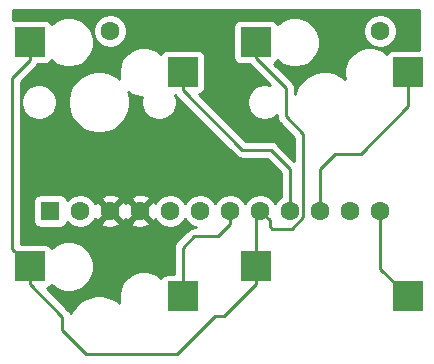
<source format=gbr>
G04 #@! TF.GenerationSoftware,KiCad,Pcbnew,(5.1.5)-3*
G04 #@! TF.CreationDate,2021-06-22T16:47:51-05:00*
G04 #@! TF.ProjectId,BigSwitch,42696753-7769-4746-9368-2e6b69636164,rev?*
G04 #@! TF.SameCoordinates,Original*
G04 #@! TF.FileFunction,Copper,L1,Top*
G04 #@! TF.FilePolarity,Positive*
%FSLAX46Y46*%
G04 Gerber Fmt 4.6, Leading zero omitted, Abs format (unit mm)*
G04 Created by KiCad (PCBNEW (5.1.5)-3) date 2021-06-22 16:47:51*
%MOMM*%
%LPD*%
G04 APERTURE LIST*
%ADD10C,1.600000*%
%ADD11R,1.600000X1.600000*%
%ADD12R,2.550000X2.500000*%
%ADD13C,0.250000*%
%ADD14C,0.254000*%
G04 APERTURE END LIST*
D10*
X202438000Y-93472000D03*
X225298000Y-93472000D03*
X225298000Y-108712000D03*
X222758000Y-108712000D03*
X220218000Y-108712000D03*
X217678000Y-108712000D03*
X215138000Y-108712000D03*
X212598000Y-108712000D03*
X210058000Y-108712000D03*
X207518000Y-108712000D03*
X204978000Y-108712000D03*
X202438000Y-108712000D03*
X199898000Y-108712000D03*
D11*
X197358000Y-108712000D03*
D12*
X214757000Y-113411000D03*
X227684000Y-115951000D03*
X195634000Y-113411000D03*
X208561000Y-115951000D03*
X214757000Y-94421001D03*
X227684000Y-96961001D03*
X195634000Y-94421001D03*
X208561000Y-96961001D03*
D13*
X194109000Y-111911000D02*
X195609000Y-113411000D01*
X194109000Y-97446001D02*
X194109000Y-111911000D01*
X195634000Y-95921001D02*
X194109000Y-97446001D01*
X195634000Y-94421001D02*
X195634000Y-95921001D01*
X214757000Y-114911000D02*
X212090000Y-117578000D01*
X214757000Y-113411000D02*
X214757000Y-114911000D01*
X212090000Y-117578000D02*
X211733000Y-117578000D01*
X195609000Y-113411000D02*
X195634000Y-113411000D01*
X214757000Y-113411000D02*
X214757000Y-111911000D01*
X214757000Y-109093000D02*
X215138000Y-108712000D01*
X214757000Y-113411000D02*
X214757000Y-109093000D01*
X217297000Y-98298000D02*
X214757000Y-95758000D01*
X217297000Y-100711000D02*
X217297000Y-98298000D01*
X218803001Y-102217001D02*
X217297000Y-100711000D01*
X218803001Y-109252001D02*
X218803001Y-102217001D01*
X215937999Y-109511999D02*
X215937999Y-110019999D01*
X214757000Y-95758000D02*
X214757000Y-94597001D01*
X215937999Y-110019999D02*
X216154000Y-110236000D01*
X216154000Y-110236000D02*
X217819002Y-110236000D01*
X215138000Y-108712000D02*
X215937999Y-109511999D01*
X217819002Y-110236000D02*
X218803001Y-109252001D01*
X195634000Y-114911000D02*
X198374000Y-117651000D01*
X195634000Y-113411000D02*
X195634000Y-114911000D01*
X200362927Y-120809901D02*
X208120099Y-120809901D01*
X198374000Y-117651000D02*
X198374000Y-118820974D01*
X198374000Y-118820974D02*
X200362927Y-120809901D01*
X211352000Y-117578000D02*
X212090000Y-117578000D01*
X208120099Y-120809901D02*
X211352000Y-117578000D01*
X225298000Y-113590000D02*
X225298000Y-108712000D01*
X227684000Y-115951000D02*
X227659000Y-115951000D01*
X227659000Y-115951000D02*
X225298000Y-113590000D01*
X213616629Y-103516630D02*
X216038630Y-103516630D01*
X216038630Y-103516630D02*
X217678000Y-105156000D01*
X208561000Y-96961001D02*
X208561000Y-98461001D01*
X217678000Y-105156000D02*
X217678000Y-108712000D01*
X208561000Y-98461001D02*
X213616629Y-103516630D01*
X221488000Y-103886000D02*
X220218000Y-105156000D01*
X220218000Y-105156000D02*
X220218000Y-108712000D01*
X223647000Y-103886000D02*
X221488000Y-103886000D01*
X227684000Y-96961001D02*
X227684000Y-99849000D01*
X227684000Y-99849000D02*
X223647000Y-103886000D01*
X208561000Y-111860000D02*
X208561000Y-115951000D01*
X209550000Y-110871000D02*
X208561000Y-111860000D01*
X211570370Y-110871000D02*
X209550000Y-110871000D01*
X212598000Y-109843370D02*
X211570370Y-110871000D01*
X212598000Y-108712000D02*
X212598000Y-109843370D01*
D14*
G36*
X228550000Y-95072929D02*
G01*
X226409000Y-95072929D01*
X226284518Y-95085189D01*
X226164820Y-95121499D01*
X226054506Y-95180464D01*
X225957815Y-95259816D01*
X225878463Y-95356507D01*
X225859440Y-95392095D01*
X225769983Y-95302638D01*
X225420302Y-95068989D01*
X225031756Y-94908048D01*
X224619279Y-94826001D01*
X224198721Y-94826001D01*
X223786244Y-94908048D01*
X223397698Y-95068989D01*
X223048017Y-95302638D01*
X222750637Y-95600018D01*
X222516988Y-95949699D01*
X222356047Y-96338245D01*
X222274000Y-96750722D01*
X222274000Y-97171280D01*
X222345237Y-97529412D01*
X222274826Y-97459001D01*
X221844251Y-97171300D01*
X221365822Y-96973128D01*
X220857924Y-96872101D01*
X220340076Y-96872101D01*
X219832178Y-96973128D01*
X219353749Y-97171300D01*
X218923174Y-97459001D01*
X218557000Y-97825175D01*
X218269299Y-98255750D01*
X218071127Y-98734179D01*
X218057000Y-98805200D01*
X218057000Y-98335322D01*
X218060676Y-98297999D01*
X218057000Y-98260676D01*
X218057000Y-98260667D01*
X218046003Y-98149014D01*
X218002546Y-98005753D01*
X217931974Y-97873724D01*
X217892131Y-97825175D01*
X217860799Y-97786996D01*
X217860795Y-97786992D01*
X217837001Y-97757999D01*
X217808008Y-97734205D01*
X216314058Y-96240256D01*
X216386494Y-96201538D01*
X216483185Y-96122186D01*
X216562537Y-96025495D01*
X216590965Y-95972312D01*
X216698017Y-96079364D01*
X217047698Y-96313013D01*
X217436244Y-96473954D01*
X217848721Y-96556001D01*
X218269279Y-96556001D01*
X218681756Y-96473954D01*
X219070302Y-96313013D01*
X219419983Y-96079364D01*
X219717363Y-95781984D01*
X219951012Y-95432303D01*
X220111953Y-95043757D01*
X220194000Y-94631280D01*
X220194000Y-94210722D01*
X220111953Y-93798245D01*
X219951012Y-93409699D01*
X219898204Y-93330665D01*
X223863000Y-93330665D01*
X223863000Y-93613335D01*
X223918147Y-93890574D01*
X224026320Y-94151727D01*
X224183363Y-94386759D01*
X224383241Y-94586637D01*
X224618273Y-94743680D01*
X224879426Y-94851853D01*
X225156665Y-94907000D01*
X225439335Y-94907000D01*
X225716574Y-94851853D01*
X225977727Y-94743680D01*
X226212759Y-94586637D01*
X226412637Y-94386759D01*
X226569680Y-94151727D01*
X226677853Y-93890574D01*
X226733000Y-93613335D01*
X226733000Y-93330665D01*
X226677853Y-93053426D01*
X226569680Y-92792273D01*
X226412637Y-92557241D01*
X226212759Y-92357363D01*
X225977727Y-92200320D01*
X225716574Y-92092147D01*
X225439335Y-92037000D01*
X225156665Y-92037000D01*
X224879426Y-92092147D01*
X224618273Y-92200320D01*
X224383241Y-92357363D01*
X224183363Y-92557241D01*
X224026320Y-92792273D01*
X223918147Y-93053426D01*
X223863000Y-93330665D01*
X219898204Y-93330665D01*
X219717363Y-93060018D01*
X219419983Y-92762638D01*
X219070302Y-92528989D01*
X218681756Y-92368048D01*
X218269279Y-92286001D01*
X217848721Y-92286001D01*
X217436244Y-92368048D01*
X217047698Y-92528989D01*
X216698017Y-92762638D01*
X216590965Y-92869690D01*
X216562537Y-92816507D01*
X216483185Y-92719816D01*
X216386494Y-92640464D01*
X216276180Y-92581499D01*
X216156482Y-92545189D01*
X216032000Y-92532929D01*
X213482000Y-92532929D01*
X213357518Y-92545189D01*
X213237820Y-92581499D01*
X213127506Y-92640464D01*
X213030815Y-92719816D01*
X212951463Y-92816507D01*
X212892498Y-92926821D01*
X212856188Y-93046519D01*
X212843928Y-93171001D01*
X212843928Y-95671001D01*
X212856188Y-95795483D01*
X212892498Y-95915181D01*
X212951463Y-96025495D01*
X213030815Y-96122186D01*
X213127506Y-96201538D01*
X213237820Y-96260503D01*
X213357518Y-96296813D01*
X213482000Y-96309073D01*
X214230490Y-96309073D01*
X214246003Y-96321804D01*
X215982969Y-98058772D01*
X215959451Y-98049030D01*
X215667722Y-97991001D01*
X215370278Y-97991001D01*
X215078549Y-98049030D01*
X214803747Y-98162857D01*
X214556431Y-98328108D01*
X214346107Y-98538432D01*
X214180856Y-98785748D01*
X214067029Y-99060550D01*
X214009000Y-99352279D01*
X214009000Y-99649723D01*
X214067029Y-99941452D01*
X214180856Y-100216254D01*
X214346107Y-100463570D01*
X214556431Y-100673894D01*
X214803747Y-100839145D01*
X215078549Y-100952972D01*
X215370278Y-101011001D01*
X215667722Y-101011001D01*
X215959451Y-100952972D01*
X216234253Y-100839145D01*
X216481569Y-100673894D01*
X216537000Y-100618463D01*
X216537000Y-100673677D01*
X216533324Y-100711000D01*
X216537000Y-100748322D01*
X216537000Y-100748332D01*
X216547997Y-100859985D01*
X216576204Y-100952972D01*
X216591454Y-101003246D01*
X216662026Y-101135276D01*
X216701871Y-101183826D01*
X216756999Y-101251001D01*
X216786003Y-101274804D01*
X218043002Y-102531804D01*
X218043002Y-104446200D01*
X216602434Y-103005633D01*
X216578631Y-102976629D01*
X216462906Y-102881656D01*
X216330877Y-102811084D01*
X216187616Y-102767627D01*
X216075963Y-102756630D01*
X216075952Y-102756630D01*
X216038630Y-102752954D01*
X216001308Y-102756630D01*
X213931431Y-102756630D01*
X209999713Y-98824912D01*
X210080180Y-98800503D01*
X210190494Y-98741538D01*
X210287185Y-98662186D01*
X210366537Y-98565495D01*
X210425502Y-98455181D01*
X210461812Y-98335483D01*
X210474072Y-98211001D01*
X210474072Y-95711001D01*
X210461812Y-95586519D01*
X210425502Y-95466821D01*
X210366537Y-95356507D01*
X210287185Y-95259816D01*
X210190494Y-95180464D01*
X210080180Y-95121499D01*
X209960482Y-95085189D01*
X209836000Y-95072929D01*
X207286000Y-95072929D01*
X207161518Y-95085189D01*
X207041820Y-95121499D01*
X206931506Y-95180464D01*
X206834815Y-95259816D01*
X206755463Y-95356507D01*
X206736440Y-95392095D01*
X206646983Y-95302638D01*
X206297302Y-95068989D01*
X205908756Y-94908048D01*
X205496279Y-94826001D01*
X205075721Y-94826001D01*
X204663244Y-94908048D01*
X204274698Y-95068989D01*
X203925017Y-95302638D01*
X203627637Y-95600018D01*
X203393988Y-95949699D01*
X203233047Y-96338245D01*
X203151000Y-96750722D01*
X203151000Y-97171280D01*
X203222237Y-97529412D01*
X203151826Y-97459001D01*
X202721251Y-97171300D01*
X202242822Y-96973128D01*
X201734924Y-96872101D01*
X201217076Y-96872101D01*
X200709178Y-96973128D01*
X200230749Y-97171300D01*
X199800174Y-97459001D01*
X199434000Y-97825175D01*
X199146299Y-98255750D01*
X198948127Y-98734179D01*
X198847100Y-99242077D01*
X198847100Y-99759925D01*
X198948127Y-100267823D01*
X199146299Y-100746252D01*
X199434000Y-101176827D01*
X199800174Y-101543001D01*
X200230749Y-101830702D01*
X200709178Y-102028874D01*
X201217076Y-102129901D01*
X201734924Y-102129901D01*
X202242822Y-102028874D01*
X202721251Y-101830702D01*
X203151826Y-101543001D01*
X203518000Y-101176827D01*
X203805701Y-100746252D01*
X204003873Y-100267823D01*
X204104900Y-99759925D01*
X204104900Y-99242077D01*
X204003873Y-98734179D01*
X203968292Y-98648280D01*
X204274698Y-98853013D01*
X204663244Y-99013954D01*
X205075721Y-99096001D01*
X205096977Y-99096001D01*
X205046000Y-99352279D01*
X205046000Y-99649723D01*
X205104029Y-99941452D01*
X205217856Y-100216254D01*
X205383107Y-100463570D01*
X205593431Y-100673894D01*
X205840747Y-100839145D01*
X206115549Y-100952972D01*
X206407278Y-101011001D01*
X206704722Y-101011001D01*
X206996451Y-100952972D01*
X207271253Y-100839145D01*
X207518569Y-100673894D01*
X207728893Y-100463570D01*
X207894144Y-100216254D01*
X208007971Y-99941452D01*
X208066000Y-99649723D01*
X208066000Y-99352279D01*
X208007971Y-99060550D01*
X207944893Y-98908266D01*
X207965170Y-98932973D01*
X208021000Y-99001002D01*
X208049998Y-99024800D01*
X213052829Y-104027632D01*
X213076628Y-104056631D01*
X213105626Y-104080429D01*
X213192352Y-104151604D01*
X213324382Y-104222176D01*
X213467643Y-104265633D01*
X213579296Y-104276630D01*
X213579305Y-104276630D01*
X213616628Y-104280306D01*
X213653951Y-104276630D01*
X215723829Y-104276630D01*
X216918000Y-105470802D01*
X216918001Y-107493956D01*
X216763241Y-107597363D01*
X216563363Y-107797241D01*
X216408000Y-108029759D01*
X216252637Y-107797241D01*
X216052759Y-107597363D01*
X215817727Y-107440320D01*
X215556574Y-107332147D01*
X215279335Y-107277000D01*
X214996665Y-107277000D01*
X214719426Y-107332147D01*
X214458273Y-107440320D01*
X214223241Y-107597363D01*
X214023363Y-107797241D01*
X213868000Y-108029759D01*
X213712637Y-107797241D01*
X213512759Y-107597363D01*
X213277727Y-107440320D01*
X213016574Y-107332147D01*
X212739335Y-107277000D01*
X212456665Y-107277000D01*
X212179426Y-107332147D01*
X211918273Y-107440320D01*
X211683241Y-107597363D01*
X211483363Y-107797241D01*
X211328000Y-108029759D01*
X211172637Y-107797241D01*
X210972759Y-107597363D01*
X210737727Y-107440320D01*
X210476574Y-107332147D01*
X210199335Y-107277000D01*
X209916665Y-107277000D01*
X209639426Y-107332147D01*
X209378273Y-107440320D01*
X209143241Y-107597363D01*
X208943363Y-107797241D01*
X208788000Y-108029759D01*
X208632637Y-107797241D01*
X208432759Y-107597363D01*
X208197727Y-107440320D01*
X207936574Y-107332147D01*
X207659335Y-107277000D01*
X207376665Y-107277000D01*
X207099426Y-107332147D01*
X206838273Y-107440320D01*
X206603241Y-107597363D01*
X206403363Y-107797241D01*
X206247085Y-108031128D01*
X206214671Y-107970486D01*
X205970702Y-107898903D01*
X205157605Y-108712000D01*
X205970702Y-109525097D01*
X206214671Y-109453514D01*
X206245194Y-109389008D01*
X206246320Y-109391727D01*
X206403363Y-109626759D01*
X206603241Y-109826637D01*
X206838273Y-109983680D01*
X207099426Y-110091853D01*
X207376665Y-110147000D01*
X207659335Y-110147000D01*
X207936574Y-110091853D01*
X208197727Y-109983680D01*
X208432759Y-109826637D01*
X208632637Y-109626759D01*
X208788000Y-109394241D01*
X208943363Y-109626759D01*
X209143241Y-109826637D01*
X209378273Y-109983680D01*
X209639426Y-110091853D01*
X209735683Y-110111000D01*
X209587322Y-110111000D01*
X209549999Y-110107324D01*
X209512676Y-110111000D01*
X209512667Y-110111000D01*
X209401014Y-110121997D01*
X209257753Y-110165454D01*
X209125724Y-110236026D01*
X209009999Y-110330999D01*
X208986201Y-110359997D01*
X208050002Y-111296196D01*
X208020999Y-111319999D01*
X207979145Y-111370999D01*
X207926026Y-111435724D01*
X207881520Y-111518988D01*
X207855454Y-111567754D01*
X207811997Y-111711015D01*
X207801000Y-111822668D01*
X207801000Y-111822678D01*
X207797324Y-111860000D01*
X207801000Y-111897323D01*
X207801001Y-114062928D01*
X207286000Y-114062928D01*
X207161518Y-114075188D01*
X207041820Y-114111498D01*
X206931506Y-114170463D01*
X206834815Y-114249815D01*
X206755463Y-114346506D01*
X206736440Y-114382094D01*
X206646983Y-114292637D01*
X206297302Y-114058988D01*
X205908756Y-113898047D01*
X205496279Y-113816000D01*
X205075721Y-113816000D01*
X204663244Y-113898047D01*
X204274698Y-114058988D01*
X203925017Y-114292637D01*
X203627637Y-114590017D01*
X203393988Y-114939698D01*
X203233047Y-115328244D01*
X203151000Y-115740721D01*
X203151000Y-116161279D01*
X203222237Y-116519411D01*
X203151826Y-116449000D01*
X202721251Y-116161299D01*
X202242822Y-115963127D01*
X201734924Y-115862100D01*
X201217076Y-115862100D01*
X200709178Y-115963127D01*
X200230749Y-116161299D01*
X199800174Y-116449000D01*
X199434000Y-116815174D01*
X199146299Y-117245749D01*
X199087978Y-117386549D01*
X199079546Y-117358753D01*
X199008974Y-117226724D01*
X198914001Y-117110999D01*
X198885004Y-117087202D01*
X197072713Y-115274911D01*
X197153180Y-115250502D01*
X197263494Y-115191537D01*
X197360185Y-115112185D01*
X197439537Y-115015494D01*
X197467965Y-114962311D01*
X197575017Y-115069363D01*
X197924698Y-115303012D01*
X198313244Y-115463953D01*
X198725721Y-115546000D01*
X199146279Y-115546000D01*
X199558756Y-115463953D01*
X199947302Y-115303012D01*
X200296983Y-115069363D01*
X200594363Y-114771983D01*
X200828012Y-114422302D01*
X200988953Y-114033756D01*
X201071000Y-113621279D01*
X201071000Y-113200721D01*
X200988953Y-112788244D01*
X200828012Y-112399698D01*
X200594363Y-112050017D01*
X200296983Y-111752637D01*
X199947302Y-111518988D01*
X199558756Y-111358047D01*
X199146279Y-111276000D01*
X198725721Y-111276000D01*
X198313244Y-111358047D01*
X197924698Y-111518988D01*
X197575017Y-111752637D01*
X197467965Y-111859689D01*
X197439537Y-111806506D01*
X197360185Y-111709815D01*
X197263494Y-111630463D01*
X197153180Y-111571498D01*
X197033482Y-111535188D01*
X196909000Y-111522928D01*
X194869000Y-111522928D01*
X194869000Y-107912000D01*
X195919928Y-107912000D01*
X195919928Y-109512000D01*
X195932188Y-109636482D01*
X195968498Y-109756180D01*
X196027463Y-109866494D01*
X196106815Y-109963185D01*
X196203506Y-110042537D01*
X196313820Y-110101502D01*
X196433518Y-110137812D01*
X196558000Y-110150072D01*
X198158000Y-110150072D01*
X198282482Y-110137812D01*
X198402180Y-110101502D01*
X198512494Y-110042537D01*
X198609185Y-109963185D01*
X198688537Y-109866494D01*
X198747502Y-109756180D01*
X198783812Y-109636482D01*
X198784643Y-109628039D01*
X198983241Y-109826637D01*
X199218273Y-109983680D01*
X199479426Y-110091853D01*
X199756665Y-110147000D01*
X200039335Y-110147000D01*
X200316574Y-110091853D01*
X200577727Y-109983680D01*
X200812759Y-109826637D01*
X200934694Y-109704702D01*
X201624903Y-109704702D01*
X201696486Y-109948671D01*
X201951996Y-110069571D01*
X202226184Y-110138300D01*
X202508512Y-110152217D01*
X202788130Y-110110787D01*
X203054292Y-110015603D01*
X203179514Y-109948671D01*
X203251097Y-109704702D01*
X204164903Y-109704702D01*
X204236486Y-109948671D01*
X204491996Y-110069571D01*
X204766184Y-110138300D01*
X205048512Y-110152217D01*
X205328130Y-110110787D01*
X205594292Y-110015603D01*
X205719514Y-109948671D01*
X205791097Y-109704702D01*
X204978000Y-108891605D01*
X204164903Y-109704702D01*
X203251097Y-109704702D01*
X202438000Y-108891605D01*
X201624903Y-109704702D01*
X200934694Y-109704702D01*
X201012637Y-109626759D01*
X201168915Y-109392872D01*
X201201329Y-109453514D01*
X201445298Y-109525097D01*
X202258395Y-108712000D01*
X202617605Y-108712000D01*
X203430702Y-109525097D01*
X203674671Y-109453514D01*
X203705971Y-109387364D01*
X203741329Y-109453514D01*
X203985298Y-109525097D01*
X204798395Y-108712000D01*
X203985298Y-107898903D01*
X203741329Y-107970486D01*
X203710029Y-108036636D01*
X203674671Y-107970486D01*
X203430702Y-107898903D01*
X202617605Y-108712000D01*
X202258395Y-108712000D01*
X201445298Y-107898903D01*
X201201329Y-107970486D01*
X201170806Y-108034992D01*
X201169680Y-108032273D01*
X201012637Y-107797241D01*
X200934694Y-107719298D01*
X201624903Y-107719298D01*
X202438000Y-108532395D01*
X203251097Y-107719298D01*
X204164903Y-107719298D01*
X204978000Y-108532395D01*
X205791097Y-107719298D01*
X205719514Y-107475329D01*
X205464004Y-107354429D01*
X205189816Y-107285700D01*
X204907488Y-107271783D01*
X204627870Y-107313213D01*
X204361708Y-107408397D01*
X204236486Y-107475329D01*
X204164903Y-107719298D01*
X203251097Y-107719298D01*
X203179514Y-107475329D01*
X202924004Y-107354429D01*
X202649816Y-107285700D01*
X202367488Y-107271783D01*
X202087870Y-107313213D01*
X201821708Y-107408397D01*
X201696486Y-107475329D01*
X201624903Y-107719298D01*
X200934694Y-107719298D01*
X200812759Y-107597363D01*
X200577727Y-107440320D01*
X200316574Y-107332147D01*
X200039335Y-107277000D01*
X199756665Y-107277000D01*
X199479426Y-107332147D01*
X199218273Y-107440320D01*
X198983241Y-107597363D01*
X198784643Y-107795961D01*
X198783812Y-107787518D01*
X198747502Y-107667820D01*
X198688537Y-107557506D01*
X198609185Y-107460815D01*
X198512494Y-107381463D01*
X198402180Y-107322498D01*
X198282482Y-107286188D01*
X198158000Y-107273928D01*
X196558000Y-107273928D01*
X196433518Y-107286188D01*
X196313820Y-107322498D01*
X196203506Y-107381463D01*
X196106815Y-107460815D01*
X196027463Y-107557506D01*
X195968498Y-107667820D01*
X195932188Y-107787518D01*
X195919928Y-107912000D01*
X194869000Y-107912000D01*
X194869000Y-99352279D01*
X194886000Y-99352279D01*
X194886000Y-99649723D01*
X194944029Y-99941452D01*
X195057856Y-100216254D01*
X195223107Y-100463570D01*
X195433431Y-100673894D01*
X195680747Y-100839145D01*
X195955549Y-100952972D01*
X196247278Y-101011001D01*
X196544722Y-101011001D01*
X196836451Y-100952972D01*
X197111253Y-100839145D01*
X197358569Y-100673894D01*
X197568893Y-100463570D01*
X197734144Y-100216254D01*
X197847971Y-99941452D01*
X197906000Y-99649723D01*
X197906000Y-99352279D01*
X197847971Y-99060550D01*
X197734144Y-98785748D01*
X197568893Y-98538432D01*
X197358569Y-98328108D01*
X197111253Y-98162857D01*
X196836451Y-98049030D01*
X196544722Y-97991001D01*
X196247278Y-97991001D01*
X195955549Y-98049030D01*
X195680747Y-98162857D01*
X195433431Y-98328108D01*
X195223107Y-98538432D01*
X195057856Y-98785748D01*
X194944029Y-99060550D01*
X194886000Y-99352279D01*
X194869000Y-99352279D01*
X194869000Y-97760802D01*
X196145003Y-96484800D01*
X196174001Y-96461002D01*
X196268974Y-96345277D01*
X196288326Y-96309073D01*
X196909000Y-96309073D01*
X197033482Y-96296813D01*
X197153180Y-96260503D01*
X197263494Y-96201538D01*
X197360185Y-96122186D01*
X197439537Y-96025495D01*
X197467965Y-95972312D01*
X197575017Y-96079364D01*
X197924698Y-96313013D01*
X198313244Y-96473954D01*
X198725721Y-96556001D01*
X199146279Y-96556001D01*
X199558756Y-96473954D01*
X199947302Y-96313013D01*
X200296983Y-96079364D01*
X200594363Y-95781984D01*
X200828012Y-95432303D01*
X200988953Y-95043757D01*
X201071000Y-94631280D01*
X201071000Y-94210722D01*
X200988953Y-93798245D01*
X200828012Y-93409699D01*
X200775204Y-93330665D01*
X201003000Y-93330665D01*
X201003000Y-93613335D01*
X201058147Y-93890574D01*
X201166320Y-94151727D01*
X201323363Y-94386759D01*
X201523241Y-94586637D01*
X201758273Y-94743680D01*
X202019426Y-94851853D01*
X202296665Y-94907000D01*
X202579335Y-94907000D01*
X202856574Y-94851853D01*
X203117727Y-94743680D01*
X203352759Y-94586637D01*
X203552637Y-94386759D01*
X203709680Y-94151727D01*
X203817853Y-93890574D01*
X203873000Y-93613335D01*
X203873000Y-93330665D01*
X203817853Y-93053426D01*
X203709680Y-92792273D01*
X203552637Y-92557241D01*
X203352759Y-92357363D01*
X203117727Y-92200320D01*
X202856574Y-92092147D01*
X202579335Y-92037000D01*
X202296665Y-92037000D01*
X202019426Y-92092147D01*
X201758273Y-92200320D01*
X201523241Y-92357363D01*
X201323363Y-92557241D01*
X201166320Y-92792273D01*
X201058147Y-93053426D01*
X201003000Y-93330665D01*
X200775204Y-93330665D01*
X200594363Y-93060018D01*
X200296983Y-92762638D01*
X199947302Y-92528989D01*
X199558756Y-92368048D01*
X199146279Y-92286001D01*
X198725721Y-92286001D01*
X198313244Y-92368048D01*
X197924698Y-92528989D01*
X197575017Y-92762638D01*
X197467965Y-92869690D01*
X197439537Y-92816507D01*
X197360185Y-92719816D01*
X197263494Y-92640464D01*
X197153180Y-92581499D01*
X197033482Y-92545189D01*
X196909000Y-92532929D01*
X194359000Y-92532929D01*
X194234518Y-92545189D01*
X194233000Y-92545649D01*
X194233000Y-91685000D01*
X228550000Y-91685000D01*
X228550000Y-95072929D01*
G37*
X228550000Y-95072929D02*
X226409000Y-95072929D01*
X226284518Y-95085189D01*
X226164820Y-95121499D01*
X226054506Y-95180464D01*
X225957815Y-95259816D01*
X225878463Y-95356507D01*
X225859440Y-95392095D01*
X225769983Y-95302638D01*
X225420302Y-95068989D01*
X225031756Y-94908048D01*
X224619279Y-94826001D01*
X224198721Y-94826001D01*
X223786244Y-94908048D01*
X223397698Y-95068989D01*
X223048017Y-95302638D01*
X222750637Y-95600018D01*
X222516988Y-95949699D01*
X222356047Y-96338245D01*
X222274000Y-96750722D01*
X222274000Y-97171280D01*
X222345237Y-97529412D01*
X222274826Y-97459001D01*
X221844251Y-97171300D01*
X221365822Y-96973128D01*
X220857924Y-96872101D01*
X220340076Y-96872101D01*
X219832178Y-96973128D01*
X219353749Y-97171300D01*
X218923174Y-97459001D01*
X218557000Y-97825175D01*
X218269299Y-98255750D01*
X218071127Y-98734179D01*
X218057000Y-98805200D01*
X218057000Y-98335322D01*
X218060676Y-98297999D01*
X218057000Y-98260676D01*
X218057000Y-98260667D01*
X218046003Y-98149014D01*
X218002546Y-98005753D01*
X217931974Y-97873724D01*
X217892131Y-97825175D01*
X217860799Y-97786996D01*
X217860795Y-97786992D01*
X217837001Y-97757999D01*
X217808008Y-97734205D01*
X216314058Y-96240256D01*
X216386494Y-96201538D01*
X216483185Y-96122186D01*
X216562537Y-96025495D01*
X216590965Y-95972312D01*
X216698017Y-96079364D01*
X217047698Y-96313013D01*
X217436244Y-96473954D01*
X217848721Y-96556001D01*
X218269279Y-96556001D01*
X218681756Y-96473954D01*
X219070302Y-96313013D01*
X219419983Y-96079364D01*
X219717363Y-95781984D01*
X219951012Y-95432303D01*
X220111953Y-95043757D01*
X220194000Y-94631280D01*
X220194000Y-94210722D01*
X220111953Y-93798245D01*
X219951012Y-93409699D01*
X219898204Y-93330665D01*
X223863000Y-93330665D01*
X223863000Y-93613335D01*
X223918147Y-93890574D01*
X224026320Y-94151727D01*
X224183363Y-94386759D01*
X224383241Y-94586637D01*
X224618273Y-94743680D01*
X224879426Y-94851853D01*
X225156665Y-94907000D01*
X225439335Y-94907000D01*
X225716574Y-94851853D01*
X225977727Y-94743680D01*
X226212759Y-94586637D01*
X226412637Y-94386759D01*
X226569680Y-94151727D01*
X226677853Y-93890574D01*
X226733000Y-93613335D01*
X226733000Y-93330665D01*
X226677853Y-93053426D01*
X226569680Y-92792273D01*
X226412637Y-92557241D01*
X226212759Y-92357363D01*
X225977727Y-92200320D01*
X225716574Y-92092147D01*
X225439335Y-92037000D01*
X225156665Y-92037000D01*
X224879426Y-92092147D01*
X224618273Y-92200320D01*
X224383241Y-92357363D01*
X224183363Y-92557241D01*
X224026320Y-92792273D01*
X223918147Y-93053426D01*
X223863000Y-93330665D01*
X219898204Y-93330665D01*
X219717363Y-93060018D01*
X219419983Y-92762638D01*
X219070302Y-92528989D01*
X218681756Y-92368048D01*
X218269279Y-92286001D01*
X217848721Y-92286001D01*
X217436244Y-92368048D01*
X217047698Y-92528989D01*
X216698017Y-92762638D01*
X216590965Y-92869690D01*
X216562537Y-92816507D01*
X216483185Y-92719816D01*
X216386494Y-92640464D01*
X216276180Y-92581499D01*
X216156482Y-92545189D01*
X216032000Y-92532929D01*
X213482000Y-92532929D01*
X213357518Y-92545189D01*
X213237820Y-92581499D01*
X213127506Y-92640464D01*
X213030815Y-92719816D01*
X212951463Y-92816507D01*
X212892498Y-92926821D01*
X212856188Y-93046519D01*
X212843928Y-93171001D01*
X212843928Y-95671001D01*
X212856188Y-95795483D01*
X212892498Y-95915181D01*
X212951463Y-96025495D01*
X213030815Y-96122186D01*
X213127506Y-96201538D01*
X213237820Y-96260503D01*
X213357518Y-96296813D01*
X213482000Y-96309073D01*
X214230490Y-96309073D01*
X214246003Y-96321804D01*
X215982969Y-98058772D01*
X215959451Y-98049030D01*
X215667722Y-97991001D01*
X215370278Y-97991001D01*
X215078549Y-98049030D01*
X214803747Y-98162857D01*
X214556431Y-98328108D01*
X214346107Y-98538432D01*
X214180856Y-98785748D01*
X214067029Y-99060550D01*
X214009000Y-99352279D01*
X214009000Y-99649723D01*
X214067029Y-99941452D01*
X214180856Y-100216254D01*
X214346107Y-100463570D01*
X214556431Y-100673894D01*
X214803747Y-100839145D01*
X215078549Y-100952972D01*
X215370278Y-101011001D01*
X215667722Y-101011001D01*
X215959451Y-100952972D01*
X216234253Y-100839145D01*
X216481569Y-100673894D01*
X216537000Y-100618463D01*
X216537000Y-100673677D01*
X216533324Y-100711000D01*
X216537000Y-100748322D01*
X216537000Y-100748332D01*
X216547997Y-100859985D01*
X216576204Y-100952972D01*
X216591454Y-101003246D01*
X216662026Y-101135276D01*
X216701871Y-101183826D01*
X216756999Y-101251001D01*
X216786003Y-101274804D01*
X218043002Y-102531804D01*
X218043002Y-104446200D01*
X216602434Y-103005633D01*
X216578631Y-102976629D01*
X216462906Y-102881656D01*
X216330877Y-102811084D01*
X216187616Y-102767627D01*
X216075963Y-102756630D01*
X216075952Y-102756630D01*
X216038630Y-102752954D01*
X216001308Y-102756630D01*
X213931431Y-102756630D01*
X209999713Y-98824912D01*
X210080180Y-98800503D01*
X210190494Y-98741538D01*
X210287185Y-98662186D01*
X210366537Y-98565495D01*
X210425502Y-98455181D01*
X210461812Y-98335483D01*
X210474072Y-98211001D01*
X210474072Y-95711001D01*
X210461812Y-95586519D01*
X210425502Y-95466821D01*
X210366537Y-95356507D01*
X210287185Y-95259816D01*
X210190494Y-95180464D01*
X210080180Y-95121499D01*
X209960482Y-95085189D01*
X209836000Y-95072929D01*
X207286000Y-95072929D01*
X207161518Y-95085189D01*
X207041820Y-95121499D01*
X206931506Y-95180464D01*
X206834815Y-95259816D01*
X206755463Y-95356507D01*
X206736440Y-95392095D01*
X206646983Y-95302638D01*
X206297302Y-95068989D01*
X205908756Y-94908048D01*
X205496279Y-94826001D01*
X205075721Y-94826001D01*
X204663244Y-94908048D01*
X204274698Y-95068989D01*
X203925017Y-95302638D01*
X203627637Y-95600018D01*
X203393988Y-95949699D01*
X203233047Y-96338245D01*
X203151000Y-96750722D01*
X203151000Y-97171280D01*
X203222237Y-97529412D01*
X203151826Y-97459001D01*
X202721251Y-97171300D01*
X202242822Y-96973128D01*
X201734924Y-96872101D01*
X201217076Y-96872101D01*
X200709178Y-96973128D01*
X200230749Y-97171300D01*
X199800174Y-97459001D01*
X199434000Y-97825175D01*
X199146299Y-98255750D01*
X198948127Y-98734179D01*
X198847100Y-99242077D01*
X198847100Y-99759925D01*
X198948127Y-100267823D01*
X199146299Y-100746252D01*
X199434000Y-101176827D01*
X199800174Y-101543001D01*
X200230749Y-101830702D01*
X200709178Y-102028874D01*
X201217076Y-102129901D01*
X201734924Y-102129901D01*
X202242822Y-102028874D01*
X202721251Y-101830702D01*
X203151826Y-101543001D01*
X203518000Y-101176827D01*
X203805701Y-100746252D01*
X204003873Y-100267823D01*
X204104900Y-99759925D01*
X204104900Y-99242077D01*
X204003873Y-98734179D01*
X203968292Y-98648280D01*
X204274698Y-98853013D01*
X204663244Y-99013954D01*
X205075721Y-99096001D01*
X205096977Y-99096001D01*
X205046000Y-99352279D01*
X205046000Y-99649723D01*
X205104029Y-99941452D01*
X205217856Y-100216254D01*
X205383107Y-100463570D01*
X205593431Y-100673894D01*
X205840747Y-100839145D01*
X206115549Y-100952972D01*
X206407278Y-101011001D01*
X206704722Y-101011001D01*
X206996451Y-100952972D01*
X207271253Y-100839145D01*
X207518569Y-100673894D01*
X207728893Y-100463570D01*
X207894144Y-100216254D01*
X208007971Y-99941452D01*
X208066000Y-99649723D01*
X208066000Y-99352279D01*
X208007971Y-99060550D01*
X207944893Y-98908266D01*
X207965170Y-98932973D01*
X208021000Y-99001002D01*
X208049998Y-99024800D01*
X213052829Y-104027632D01*
X213076628Y-104056631D01*
X213105626Y-104080429D01*
X213192352Y-104151604D01*
X213324382Y-104222176D01*
X213467643Y-104265633D01*
X213579296Y-104276630D01*
X213579305Y-104276630D01*
X213616628Y-104280306D01*
X213653951Y-104276630D01*
X215723829Y-104276630D01*
X216918000Y-105470802D01*
X216918001Y-107493956D01*
X216763241Y-107597363D01*
X216563363Y-107797241D01*
X216408000Y-108029759D01*
X216252637Y-107797241D01*
X216052759Y-107597363D01*
X215817727Y-107440320D01*
X215556574Y-107332147D01*
X215279335Y-107277000D01*
X214996665Y-107277000D01*
X214719426Y-107332147D01*
X214458273Y-107440320D01*
X214223241Y-107597363D01*
X214023363Y-107797241D01*
X213868000Y-108029759D01*
X213712637Y-107797241D01*
X213512759Y-107597363D01*
X213277727Y-107440320D01*
X213016574Y-107332147D01*
X212739335Y-107277000D01*
X212456665Y-107277000D01*
X212179426Y-107332147D01*
X211918273Y-107440320D01*
X211683241Y-107597363D01*
X211483363Y-107797241D01*
X211328000Y-108029759D01*
X211172637Y-107797241D01*
X210972759Y-107597363D01*
X210737727Y-107440320D01*
X210476574Y-107332147D01*
X210199335Y-107277000D01*
X209916665Y-107277000D01*
X209639426Y-107332147D01*
X209378273Y-107440320D01*
X209143241Y-107597363D01*
X208943363Y-107797241D01*
X208788000Y-108029759D01*
X208632637Y-107797241D01*
X208432759Y-107597363D01*
X208197727Y-107440320D01*
X207936574Y-107332147D01*
X207659335Y-107277000D01*
X207376665Y-107277000D01*
X207099426Y-107332147D01*
X206838273Y-107440320D01*
X206603241Y-107597363D01*
X206403363Y-107797241D01*
X206247085Y-108031128D01*
X206214671Y-107970486D01*
X205970702Y-107898903D01*
X205157605Y-108712000D01*
X205970702Y-109525097D01*
X206214671Y-109453514D01*
X206245194Y-109389008D01*
X206246320Y-109391727D01*
X206403363Y-109626759D01*
X206603241Y-109826637D01*
X206838273Y-109983680D01*
X207099426Y-110091853D01*
X207376665Y-110147000D01*
X207659335Y-110147000D01*
X207936574Y-110091853D01*
X208197727Y-109983680D01*
X208432759Y-109826637D01*
X208632637Y-109626759D01*
X208788000Y-109394241D01*
X208943363Y-109626759D01*
X209143241Y-109826637D01*
X209378273Y-109983680D01*
X209639426Y-110091853D01*
X209735683Y-110111000D01*
X209587322Y-110111000D01*
X209549999Y-110107324D01*
X209512676Y-110111000D01*
X209512667Y-110111000D01*
X209401014Y-110121997D01*
X209257753Y-110165454D01*
X209125724Y-110236026D01*
X209009999Y-110330999D01*
X208986201Y-110359997D01*
X208050002Y-111296196D01*
X208020999Y-111319999D01*
X207979145Y-111370999D01*
X207926026Y-111435724D01*
X207881520Y-111518988D01*
X207855454Y-111567754D01*
X207811997Y-111711015D01*
X207801000Y-111822668D01*
X207801000Y-111822678D01*
X207797324Y-111860000D01*
X207801000Y-111897323D01*
X207801001Y-114062928D01*
X207286000Y-114062928D01*
X207161518Y-114075188D01*
X207041820Y-114111498D01*
X206931506Y-114170463D01*
X206834815Y-114249815D01*
X206755463Y-114346506D01*
X206736440Y-114382094D01*
X206646983Y-114292637D01*
X206297302Y-114058988D01*
X205908756Y-113898047D01*
X205496279Y-113816000D01*
X205075721Y-113816000D01*
X204663244Y-113898047D01*
X204274698Y-114058988D01*
X203925017Y-114292637D01*
X203627637Y-114590017D01*
X203393988Y-114939698D01*
X203233047Y-115328244D01*
X203151000Y-115740721D01*
X203151000Y-116161279D01*
X203222237Y-116519411D01*
X203151826Y-116449000D01*
X202721251Y-116161299D01*
X202242822Y-115963127D01*
X201734924Y-115862100D01*
X201217076Y-115862100D01*
X200709178Y-115963127D01*
X200230749Y-116161299D01*
X199800174Y-116449000D01*
X199434000Y-116815174D01*
X199146299Y-117245749D01*
X199087978Y-117386549D01*
X199079546Y-117358753D01*
X199008974Y-117226724D01*
X198914001Y-117110999D01*
X198885004Y-117087202D01*
X197072713Y-115274911D01*
X197153180Y-115250502D01*
X197263494Y-115191537D01*
X197360185Y-115112185D01*
X197439537Y-115015494D01*
X197467965Y-114962311D01*
X197575017Y-115069363D01*
X197924698Y-115303012D01*
X198313244Y-115463953D01*
X198725721Y-115546000D01*
X199146279Y-115546000D01*
X199558756Y-115463953D01*
X199947302Y-115303012D01*
X200296983Y-115069363D01*
X200594363Y-114771983D01*
X200828012Y-114422302D01*
X200988953Y-114033756D01*
X201071000Y-113621279D01*
X201071000Y-113200721D01*
X200988953Y-112788244D01*
X200828012Y-112399698D01*
X200594363Y-112050017D01*
X200296983Y-111752637D01*
X199947302Y-111518988D01*
X199558756Y-111358047D01*
X199146279Y-111276000D01*
X198725721Y-111276000D01*
X198313244Y-111358047D01*
X197924698Y-111518988D01*
X197575017Y-111752637D01*
X197467965Y-111859689D01*
X197439537Y-111806506D01*
X197360185Y-111709815D01*
X197263494Y-111630463D01*
X197153180Y-111571498D01*
X197033482Y-111535188D01*
X196909000Y-111522928D01*
X194869000Y-111522928D01*
X194869000Y-107912000D01*
X195919928Y-107912000D01*
X195919928Y-109512000D01*
X195932188Y-109636482D01*
X195968498Y-109756180D01*
X196027463Y-109866494D01*
X196106815Y-109963185D01*
X196203506Y-110042537D01*
X196313820Y-110101502D01*
X196433518Y-110137812D01*
X196558000Y-110150072D01*
X198158000Y-110150072D01*
X198282482Y-110137812D01*
X198402180Y-110101502D01*
X198512494Y-110042537D01*
X198609185Y-109963185D01*
X198688537Y-109866494D01*
X198747502Y-109756180D01*
X198783812Y-109636482D01*
X198784643Y-109628039D01*
X198983241Y-109826637D01*
X199218273Y-109983680D01*
X199479426Y-110091853D01*
X199756665Y-110147000D01*
X200039335Y-110147000D01*
X200316574Y-110091853D01*
X200577727Y-109983680D01*
X200812759Y-109826637D01*
X200934694Y-109704702D01*
X201624903Y-109704702D01*
X201696486Y-109948671D01*
X201951996Y-110069571D01*
X202226184Y-110138300D01*
X202508512Y-110152217D01*
X202788130Y-110110787D01*
X203054292Y-110015603D01*
X203179514Y-109948671D01*
X203251097Y-109704702D01*
X204164903Y-109704702D01*
X204236486Y-109948671D01*
X204491996Y-110069571D01*
X204766184Y-110138300D01*
X205048512Y-110152217D01*
X205328130Y-110110787D01*
X205594292Y-110015603D01*
X205719514Y-109948671D01*
X205791097Y-109704702D01*
X204978000Y-108891605D01*
X204164903Y-109704702D01*
X203251097Y-109704702D01*
X202438000Y-108891605D01*
X201624903Y-109704702D01*
X200934694Y-109704702D01*
X201012637Y-109626759D01*
X201168915Y-109392872D01*
X201201329Y-109453514D01*
X201445298Y-109525097D01*
X202258395Y-108712000D01*
X202617605Y-108712000D01*
X203430702Y-109525097D01*
X203674671Y-109453514D01*
X203705971Y-109387364D01*
X203741329Y-109453514D01*
X203985298Y-109525097D01*
X204798395Y-108712000D01*
X203985298Y-107898903D01*
X203741329Y-107970486D01*
X203710029Y-108036636D01*
X203674671Y-107970486D01*
X203430702Y-107898903D01*
X202617605Y-108712000D01*
X202258395Y-108712000D01*
X201445298Y-107898903D01*
X201201329Y-107970486D01*
X201170806Y-108034992D01*
X201169680Y-108032273D01*
X201012637Y-107797241D01*
X200934694Y-107719298D01*
X201624903Y-107719298D01*
X202438000Y-108532395D01*
X203251097Y-107719298D01*
X204164903Y-107719298D01*
X204978000Y-108532395D01*
X205791097Y-107719298D01*
X205719514Y-107475329D01*
X205464004Y-107354429D01*
X205189816Y-107285700D01*
X204907488Y-107271783D01*
X204627870Y-107313213D01*
X204361708Y-107408397D01*
X204236486Y-107475329D01*
X204164903Y-107719298D01*
X203251097Y-107719298D01*
X203179514Y-107475329D01*
X202924004Y-107354429D01*
X202649816Y-107285700D01*
X202367488Y-107271783D01*
X202087870Y-107313213D01*
X201821708Y-107408397D01*
X201696486Y-107475329D01*
X201624903Y-107719298D01*
X200934694Y-107719298D01*
X200812759Y-107597363D01*
X200577727Y-107440320D01*
X200316574Y-107332147D01*
X200039335Y-107277000D01*
X199756665Y-107277000D01*
X199479426Y-107332147D01*
X199218273Y-107440320D01*
X198983241Y-107597363D01*
X198784643Y-107795961D01*
X198783812Y-107787518D01*
X198747502Y-107667820D01*
X198688537Y-107557506D01*
X198609185Y-107460815D01*
X198512494Y-107381463D01*
X198402180Y-107322498D01*
X198282482Y-107286188D01*
X198158000Y-107273928D01*
X196558000Y-107273928D01*
X196433518Y-107286188D01*
X196313820Y-107322498D01*
X196203506Y-107381463D01*
X196106815Y-107460815D01*
X196027463Y-107557506D01*
X195968498Y-107667820D01*
X195932188Y-107787518D01*
X195919928Y-107912000D01*
X194869000Y-107912000D01*
X194869000Y-99352279D01*
X194886000Y-99352279D01*
X194886000Y-99649723D01*
X194944029Y-99941452D01*
X195057856Y-100216254D01*
X195223107Y-100463570D01*
X195433431Y-100673894D01*
X195680747Y-100839145D01*
X195955549Y-100952972D01*
X196247278Y-101011001D01*
X196544722Y-101011001D01*
X196836451Y-100952972D01*
X197111253Y-100839145D01*
X197358569Y-100673894D01*
X197568893Y-100463570D01*
X197734144Y-100216254D01*
X197847971Y-99941452D01*
X197906000Y-99649723D01*
X197906000Y-99352279D01*
X197847971Y-99060550D01*
X197734144Y-98785748D01*
X197568893Y-98538432D01*
X197358569Y-98328108D01*
X197111253Y-98162857D01*
X196836451Y-98049030D01*
X196544722Y-97991001D01*
X196247278Y-97991001D01*
X195955549Y-98049030D01*
X195680747Y-98162857D01*
X195433431Y-98328108D01*
X195223107Y-98538432D01*
X195057856Y-98785748D01*
X194944029Y-99060550D01*
X194886000Y-99352279D01*
X194869000Y-99352279D01*
X194869000Y-97760802D01*
X196145003Y-96484800D01*
X196174001Y-96461002D01*
X196268974Y-96345277D01*
X196288326Y-96309073D01*
X196909000Y-96309073D01*
X197033482Y-96296813D01*
X197153180Y-96260503D01*
X197263494Y-96201538D01*
X197360185Y-96122186D01*
X197439537Y-96025495D01*
X197467965Y-95972312D01*
X197575017Y-96079364D01*
X197924698Y-96313013D01*
X198313244Y-96473954D01*
X198725721Y-96556001D01*
X199146279Y-96556001D01*
X199558756Y-96473954D01*
X199947302Y-96313013D01*
X200296983Y-96079364D01*
X200594363Y-95781984D01*
X200828012Y-95432303D01*
X200988953Y-95043757D01*
X201071000Y-94631280D01*
X201071000Y-94210722D01*
X200988953Y-93798245D01*
X200828012Y-93409699D01*
X200775204Y-93330665D01*
X201003000Y-93330665D01*
X201003000Y-93613335D01*
X201058147Y-93890574D01*
X201166320Y-94151727D01*
X201323363Y-94386759D01*
X201523241Y-94586637D01*
X201758273Y-94743680D01*
X202019426Y-94851853D01*
X202296665Y-94907000D01*
X202579335Y-94907000D01*
X202856574Y-94851853D01*
X203117727Y-94743680D01*
X203352759Y-94586637D01*
X203552637Y-94386759D01*
X203709680Y-94151727D01*
X203817853Y-93890574D01*
X203873000Y-93613335D01*
X203873000Y-93330665D01*
X203817853Y-93053426D01*
X203709680Y-92792273D01*
X203552637Y-92557241D01*
X203352759Y-92357363D01*
X203117727Y-92200320D01*
X202856574Y-92092147D01*
X202579335Y-92037000D01*
X202296665Y-92037000D01*
X202019426Y-92092147D01*
X201758273Y-92200320D01*
X201523241Y-92357363D01*
X201323363Y-92557241D01*
X201166320Y-92792273D01*
X201058147Y-93053426D01*
X201003000Y-93330665D01*
X200775204Y-93330665D01*
X200594363Y-93060018D01*
X200296983Y-92762638D01*
X199947302Y-92528989D01*
X199558756Y-92368048D01*
X199146279Y-92286001D01*
X198725721Y-92286001D01*
X198313244Y-92368048D01*
X197924698Y-92528989D01*
X197575017Y-92762638D01*
X197467965Y-92869690D01*
X197439537Y-92816507D01*
X197360185Y-92719816D01*
X197263494Y-92640464D01*
X197153180Y-92581499D01*
X197033482Y-92545189D01*
X196909000Y-92532929D01*
X194359000Y-92532929D01*
X194234518Y-92545189D01*
X194233000Y-92545649D01*
X194233000Y-91685000D01*
X228550000Y-91685000D01*
X228550000Y-95072929D01*
M02*

</source>
